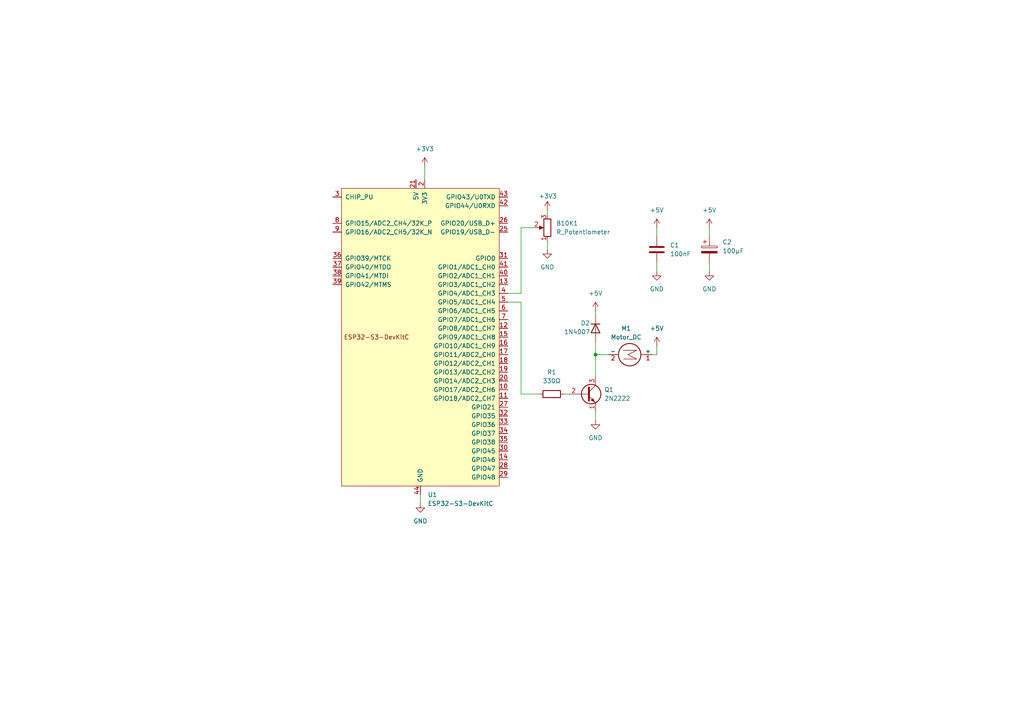
<source format=kicad_sch>
(kicad_sch (version 20250114) (generator "eeschema") (generator_version "9.0")
  (paper "A4")
  (lib_symbols
    (symbol "Device:C" (pin_numbers (hide yes)) (pin_names (offset 0.254))
      (property "Reference" "C" (at 0.635 2.54 0))
      (property "Value" "C" (at 0.635 -2.54 0))
      (symbol "C_0_1"
        (polyline (pts (xy -2.032 0.762) (xy 2.032 0.762)) (stroke (width 0.508)))
        (polyline (pts (xy -2.032 -0.762) (xy 2.032 -0.762)) (stroke (width 0.508)))
      )
      (symbol "C_1_1"
        (pin passive line (at 0 3.81 270) (length 2.794) (name "~") (number "1"))
        (pin passive line (at 0 -3.81 90) (length 2.794) (name "~") (number "2"))
      )
    )
    (symbol "Device:C_Polarized" (pin_numbers (hide yes)) (pin_names (offset 0.254))
      (property "Reference" "C" (at 0.635 2.54 0))
      (property "Value" "C_Polarized" (at 0.635 -2.54 0))
      (symbol "C_Polarized_0_1"
        (rectangle (start -2.286 0.508) (end 2.286 1.016))
        (polyline (pts (xy -1.778 2.286) (xy -0.762 2.286)))
        (polyline (pts (xy -1.27 2.794) (xy -1.27 1.778)))
        (rectangle (start 2.286 -0.508) (end -2.286 -1.016) (fill (type outline)))
      )
      (symbol "C_Polarized_1_1"
        (pin passive line (at 0 3.81 270) (length 2.794) (name "~") (number "1"))
        (pin passive line (at 0 -3.81 90) (length 2.794) (name "~") (number "2"))
      )
    )
    (symbol "Device:R" (pin_numbers (hide yes)) (pin_names (offset 0))
      (property "Reference" "R" (at 2.032 0 90))
      (property "Value" "R" (at 0 0 90))
      (symbol "R_0_1"
        (rectangle (start -1.016 -2.54) (end 1.016 2.54) (stroke (width 0.254)))
      )
      (symbol "R_1_1"
        (pin passive line (at 0 3.81 270) (length 1.27) (name "~") (number "1"))
        (pin passive line (at 0 -3.81 90) (length 1.27) (name "~") (number "2"))
      )
    )
    (symbol "Diode:1N4007" (pin_numbers (hide yes)) (pin_names (hide yes))
      (property "Reference" "D" (at 0 2.54 0))
      (property "Value" "1N4007" (at 0 -2.54 0))
      (symbol "1N4007_0_1"
        (polyline (pts (xy -1.27 1.27) (xy -1.27 -1.27)) (stroke (width 0.254)))
        (polyline (pts (xy 1.27 1.27) (xy 1.27 -1.27) (xy -1.27 0) (xy 1.27 1.27)) (stroke (width 0.254)))
        (polyline (pts (xy 1.27 0) (xy -1.27 0)))
      )
      (symbol "1N4007_1_1"
        (pin passive line (at -3.81 0 0) (length 2.54) (name "K") (number "1"))
        (pin passive line (at 3.81 0 180) (length 2.54) (name "A") (number "2"))
      )
    )
    (symbol "Motor:Motor_DC" (pin_names (offset 0))
      (property "Reference" "M" (at 2.54 2.54 0))
      (property "Value" "Motor_DC" (at 2.54 -5.08 0))
      (symbol "Motor_DC_0_0"
        (polyline (pts (xy -1.27 -3.302) (xy -1.27 0.508) (xy 0 -2.032) (xy 1.27 0.508) (xy 1.27 -3.302)))
      )
      (symbol "Motor_DC_0_1"
        (polyline (pts (xy 0 2.032) (xy 0 2.54)))
        (polyline (pts (xy 0 1.7272) (xy 0 2.0828)))
        (circle (center 0 -1.524) (radius 3.2512) (stroke (width 0.254)))
        (polyline (pts (xy 0 -4.7752) (xy 0 -5.1816)))
        (polyline (pts (xy 0 -7.62) (xy 0 -7.112)))
      )
      (symbol "Motor_DC_1_1"
        (pin passive line (at 0 5.08 270) (length 2.54) (name "+") (number "1"))
        (pin passive line (at 0 -7.62 90) (length 2.54) (name "-") (number "2"))
      )
    )
    (symbol "PCM_Espressif:ESP32-S3-DevKitC" (pin_names (offset 1.016))
      (property "Reference" "U" (at -22.86 48.26 0))
      (property "Value" "ESP32-S3-DevKitC" (at -22.86 45.72 0))
      (symbol "ESP32-S3-DevKitC_0_0"
        (text "ESP32-S3-DevKitC" (at -12.7 0 0) (effects (font (size 1.27 1.27))))
        (pin bidirectional line (at -25.4 15.24 0) (length 2.54) (name "GPIO42/MTMS") (number "39"))
        (pin power_in line (at 0 -45.72 90) (length 2.54) (name "GND") (number "44"))
        (pin bidirectional line (at 25.4 40.64 180) (length 2.54) (name "GPIO43/U0TXD") (number "43"))
        (pin bidirectional line (at 25.4 38.1 180) (length 2.54) (name "GPIO44/U0RXD") (number "42"))
        (pin bidirectional line (at 25.4 20.32 180) (length 2.54) (name "GPIO1/ADC1_CH0") (number "41"))
        (pin bidirectional line (at 25.4 17.78 180) (length 2.54) (name "GPIO2/ADC1_CH1") (number "40"))
        (pin bidirectional line (at 25.4 -10.16 180) (length 2.54) (name "GPIO13/ADC2_CH2") (number "19"))
        (pin bidirectional line (at 25.4 -35.56 180) (length 2.54) (name "GPIO46") (number "14"))
      )
      (symbol "ESP32-S3-DevKitC_0_1"
        (rectangle (start -22.86 43.18) (end 22.86 -43.18) (fill (type background)))
        (pin power_in line (at 1.27 45.72 270) (length 2.54) (name "3V3") (number "2"))
      )
      (symbol "ESP32-S3-DevKitC_1_1"
        (pin input line (at -25.4 40.64 0) (length 2.54) (name "CHIP_PU") (number "3"))
        (pin bidirectional line (at -25.4 33.02 0) (length 2.54) (name "GPIO15/ADC2_CH4/32K_P") (number "8"))
        (pin bidirectional line (at -25.4 30.48 0) (length 2.54) (name "GPIO16/ADC2_CH5/32K_N") (number "9"))
        (pin bidirectional line (at -25.4 22.86 0) (length 2.54) (name "GPIO39/MTCK") (number "36"))
        (pin bidirectional line (at -25.4 20.32 0) (length 2.54) (name "GPIO40/MTDO") (number "37"))
        (pin bidirectional line (at -25.4 17.78 0) (length 2.54) (name "GPIO41/MTDI") (number "38"))
        (pin power_in line (at -1.27 45.72 270) (length 2.54) (name "5V") (number "21"))
        (pin passive line (at 0 -45.72 90) (length 2.54) (hide yes) (name "GND") (number "22"))
        (pin passive line (at 0 -45.72 90) (length 2.54) (hide yes) (name "GND") (number "23"))
        (pin passive line (at 0 -45.72 90) (length 2.54) (hide yes) (name "GND") (number "24"))
        (pin passive line (at 1.27 45.72 270) (length 2.54) (hide yes) (name "3V3") (number "1"))
        (pin bidirectional line (at 25.4 33.02 180) (length 2.54) (name "GPIO20/USB_D+") (number "26"))
        (pin bidirectional line (at 25.4 30.48 180) (length 2.54) (name "GPIO19/USB_D-") (number "25"))
        (pin bidirectional line (at 25.4 22.86 180) (length 2.54) (name "GPIO0") (number "31"))
        (pin bidirectional line (at 25.4 15.24 180) (length 2.54) (name "GPIO3/ADC1_CH2") (number "13"))
        (pin bidirectional line (at 25.4 12.7 180) (length 2.54) (name "GPIO4/ADC1_CH3") (number "4"))
        (pin bidirectional line (at 25.4 10.16 180) (length 2.54) (name "GPIO5/ADC1_CH4") (number "5"))
        (pin bidirectional line (at 25.4 7.62 180) (length 2.54) (name "GPIO6/ADC1_CH5") (number "6"))
        (pin bidirectional line (at 25.4 5.08 180) (length 2.54) (name "GPIO7/ADC1_CH6") (number "7"))
        (pin bidirectional line (at 25.4 2.54 180) (length 2.54) (name "GPIO8/ADC1_CH7") (number "12"))
        (pin bidirectional line (at 25.4 0 180) (length 2.54) (name "GPIO9/ADC1_CH8") (number "15"))
        (pin bidirectional line (at 25.4 -2.54 180) (length 2.54) (name "GPIO10/ADC1_CH9") (number "16"))
        (pin bidirectional line (at 25.4 -5.08 180) (length 2.54) (name "GPIO11/ADC2_CH0") (number "17"))
        (pin bidirectional line (at 25.4 -7.62 180) (length 2.54) (name "GPIO12/ADC2_CH1") (number "18"))
        (pin bidirectional line (at 25.4 -12.7 180) (length 2.54) (name "GPIO14/ADC2_CH3") (number "20"))
        (pin bidirectional line (at 25.4 -15.24 180) (length 2.54) (name "GPIO17/ADC2_CH6") (number "10"))
        (pin bidirectional line (at 25.4 -17.78 180) (length 2.54) (name "GPIO18/ADC2_CH7") (number "11"))
        (pin bidirectional line (at 25.4 -20.32 180) (length 2.54) (name "GPIO21") (number "27"))
        (pin bidirectional line (at 25.4 -22.86 180) (length 2.54) (name "GPIO35") (number "32"))
        (pin bidirectional line (at 25.4 -25.4 180) (length 2.54) (name "GPIO36") (number "33"))
        (pin bidirectional line (at 25.4 -27.94 180) (length 2.54) (name "GPIO37") (number "34"))
        (pin bidirectional line (at 25.4 -30.48 180) (length 2.54) (name "GPIO38") (number "35"))
        (pin bidirectional line (at 25.4 -33.02 180) (length 2.54) (name "GPIO45") (number "30"))
        (pin bidirectional line (at 25.4 -38.1 180) (length 2.54) (name "GPIO47") (number "28"))
        (pin bidirectional line (at 25.4 -40.64 180) (length 2.54) (name "GPIO48") (number "29"))
      )
    )
    (symbol "User_Library:2N2222" (pin_names (offset 0) (hide yes))
      (property "Reference" "Q" (at 5.08 1.27 0))
      (property "Value" "2N2222" (at 5.08 -1.27 0))
      (symbol "2N2222_0_1"
        (polyline (pts (xy -2.54 0) (xy 0.635 0)))
        (polyline (pts (xy 0.635 1.905) (xy 0.635 -1.905)) (stroke (width 0.508)))
        (circle (center 1.27 0) (radius 2.8194) (stroke (width 0.254)))
      )
      (symbol "2N2222_1_1"
        (polyline (pts (xy 0.635 0.635) (xy 2.54 2.54)))
        (polyline (pts (xy 0.635 -0.635) (xy 2.54 -2.54)))
        (polyline (pts (xy 1.27 -1.778) (xy 1.778 -1.27) (xy 2.286 -2.286) (xy 1.27 -1.778)) (fill (type outline)))
        (pin input line (at -5.08 0 0) (length 2.54) (name "B") (number "2"))
        (pin passive line (at 2.54 5.08 270) (length 2.54) (name "C") (number "3"))
        (pin passive line (at 2.54 -5.08 90) (length 2.54) (name "E") (number "1"))
      )
    )
    (symbol "User_Library:B10K" (pin_names (offset 1.016) (hide yes))
      (property "Reference" "B10K" (at -4.445 0 90))
      (property "Value" "R_Potentiometer" (at -2.54 0 90))
      (symbol "B10K_0_1"
        (rectangle (start 1.016 2.54) (end -1.016 -2.54) (stroke (width 0.254)))
        (polyline (pts (xy 1.143 0) (xy 2.286 0.508) (xy 2.286 -0.508) (xy 1.143 0)) (fill (type outline)))
        (polyline (pts (xy 2.54 0) (xy 1.524 0)))
      )
      (symbol "B10K_1_1"
        (pin passive line (at 0 3.81 270) (length 1.27) (name "1") (number "1"))
        (pin passive line (at 0 -3.81 90) (length 1.27) (name "3") (number "3"))
        (pin passive line (at 3.81 0 180) (length 1.27) (name "2") (number "2"))
      )
    )
    (symbol "power:+3V3" (power) (pin_numbers (hide yes)) (pin_names (offset 0) (hide yes))
      (property "Value" "+3V3" (at 0 3.556 0))
      (symbol "+3V3_0_1"
        (polyline (pts (xy -0.762 1.27) (xy 0 2.54)))
        (polyline (pts (xy 0 2.54) (xy 0.762 1.27)))
        (polyline (pts (xy 0 0) (xy 0 2.54)))
      )
      (symbol "+3V3_1_1"
        (pin power_in line (at 0 0 90) (length 0) (name "~") (number "1"))
      )
    )
    (symbol "power:+5V" (power) (pin_numbers (hide yes)) (pin_names (offset 0) (hide yes))
      (property "Value" "+5V" (at 0 3.556 0))
      (symbol "+5V_0_1"
        (polyline (pts (xy -0.762 1.27) (xy 0 2.54)))
        (polyline (pts (xy 0 2.54) (xy 0.762 1.27)))
        (polyline (pts (xy 0 0) (xy 0 2.54)))
      )
      (symbol "+5V_1_1"
        (pin power_in line (at 0 0 90) (length 0) (name "~") (number "1"))
      )
    )
    (symbol "power:GND" (power) (pin_numbers (hide yes)) (pin_names (offset 0) (hide yes))
      (property "Value" "GND" (at 0 -3.81 0))
      (symbol "GND_0_1"
        (polyline (pts (xy 0 0) (xy 0 -1.27) (xy 1.27 -1.27) (xy 0 -2.54) (xy -1.27 -1.27) (xy 0 -1.27)))
      )
      (symbol "GND_1_1"
        (pin power_in line (at 0 0 270) (length 0) (name "~") (number "1"))
      )
    )
  )
  (junction (at 172.72 102.87))
  (wire (pts (xy 147.32 87.63) (xy 151.13 87.63)))
  (wire (pts (xy 151.13 87.63) (xy 151.13 114.3)))
  (wire (pts (xy 205.74 78.74) (xy 205.74 76.2)))
  (wire (pts (xy 190.5 78.74) (xy 190.5 76.2)))
  (wire (pts (xy 172.72 102.87) (xy 172.72 109.22)))
  (wire (pts (xy 205.74 68.58) (xy 205.74 66.04)))
  (wire (pts (xy 151.13 114.3) (xy 156.21 114.3)))
  (wire (pts (xy 151.13 85.09) (xy 151.13 66.04)))
  (wire (pts (xy 176.53 102.87) (xy 172.72 102.87)))
  (wire (pts (xy 172.72 119.38) (xy 172.72 121.92)))
  (wire (pts (xy 190.5 102.87) (xy 189.23 102.87)))
  (wire (pts (xy 121.92 146.05) (xy 121.92 143.51)))
  (wire (pts (xy 172.72 90.17) (xy 172.72 91.44)))
  (wire (pts (xy 123.19 48.26) (xy 123.19 52.07)))
  (wire (pts (xy 151.13 66.04) (xy 154.94 66.04)))
  (wire (pts (xy 190.5 66.04) (xy 190.5 68.58)))
  (wire (pts (xy 163.83 114.3) (xy 165.1 114.3)))
  (wire (pts (xy 172.72 99.06) (xy 172.72 102.87)))
  (wire (pts (xy 147.32 85.09) (xy 151.13 85.09)))
  (wire (pts (xy 190.5 100.33) (xy 190.5 102.87)))
  (wire (pts (xy 158.75 60.96) (xy 158.75 62.23)))
  (wire (pts (xy 158.75 72.39) (xy 158.75 69.85)))
  (symbol (lib_id "power:GND") (at 158.75 72.39 0) (unit 1)
    (property "Reference" "#PWR05" (effects (hide yes)))
    (property "Value" "GND" (at 158.75 77.47 0))
    (property "Description" "Power symbol creates a global label with name \"GND\" , ground" (effects (hide yes)))
  )
  (symbol (lib_id "Device:C") (at 190.5 72.39 0) (unit 1)
    (property "Reference" "C1" (at 194.31 71.1199 0) (effects (justify left)))
    (property "Value" "100nF" (at 194.31 73.6599 0) (effects (justify left)))
    (property "Description" "Unpolarized capacitor" (effects (hide yes)))
  )
  (symbol (lib_id "Motor:Motor_DC") (at 184.15 102.87 270) (unit 1)
    (property "Reference" "M1" (at 181.61 95.25 90))
    (property "Value" "Motor_DC" (at 181.61 97.79 90))
    (property "Description" "DC Motor" (effects (hide yes)))
  )
  (symbol (lib_id "User_Library:2N2222") (at 170.18 114.3 0) (unit 1)
    (property "Reference" "Q1" (at 175.26 113.0299 0) (effects (justify left)))
    (property "Value" "2N2222" (at 175.26 115.5699 0) (effects (justify left)))
    (property "Description" "NPN transistor, emitter/base/collector" (effects (hide yes)))
    (property "Sim.Device" "NPN" (effects (hide yes)))
    (property "Sim.Pins" "1=E 2=B 3=C" (effects (hide yes)))
  )
  (symbol (lib_id "power:GND") (at 172.72 121.92 0) (unit 1)
    (property "Reference" "#PWR04" (effects (hide yes)))
    (property "Value" "GND" (at 172.72 127 0))
    (property "Description" "Power symbol creates a global label with name \"GND\" , ground" (effects (hide yes)))
  )
  (symbol (lib_id "Device:R") (at 160.02 114.3 90) (unit 1)
    (property "Reference" "R1" (at 160.02 107.95 90))
    (property "Value" "330Ω" (at 160.02 110.49 90))
    (property "Description" "Resistor" (effects (hide yes)))
  )
  (symbol (lib_id "power:+3V3") (at 158.75 60.96 0) (unit 1)
    (property "Reference" "#PWR07" (effects (hide yes)))
    (property "Value" "+3V3" (at 156.21 56.896 0) (effects (justify left)))
    (property "Description" "Power symbol creates a global label with name \"+3V3\"" (effects (hide yes)))
  )
  (symbol (lib_id "power:+3V3") (at 123.19 48.26 0) (unit 1)
    (property "Reference" "#PWR02" (effects (hide yes)))
    (property "Value" "+3V3" (at 123.19 43.18 0))
    (property "Description" "Power symbol creates a global label with name \"+3V3\"" (effects (hide yes)))
  )
  (symbol (lib_id "power:GND") (at 190.5 78.74 0) (unit 1)
    (property "Reference" "#PWR03" (effects (hide yes)))
    (property "Value" "GND" (at 190.5 83.82 0))
    (property "Description" "Power symbol creates a global label with name \"GND\" , ground" (effects (hide yes)))
  )
  (symbol (lib_id "User_Library:B10K") (at 158.75 66.04 180) (unit 1)
    (property "Reference" "B10K1" (at 161.29 64.7699 0) (effects (justify right)))
    (property "Value" "R_Potentiometer" (at 161.29 67.3099 0) (effects (justify right)))
    (property "Description" "Potentiometer" (effects (hide yes)))
  )
  (symbol (lib_id "Diode:1N4007") (at 172.72 95.25 270) (unit 1)
    (property "Reference" "D2" (at 168.402 93.726 90) (effects (justify left)))
    (property "Value" "1N4007" (at 163.576 96.266 90) (effects (justify left)))
    (property "Footprint" "Diode_THT:D_DO-41_SOD81_P10.16mm_Horizontal" (effects (hide yes)))
    (property "Datasheet" "http://www.vishay.com/docs/88503/1n4001.pdf" (effects (hide yes)))
    (property "Description" "1000V 1A General Purpose Rectifier Diode, DO-41" (effects (hide yes)))
    (property "Sim.Device" "D" (effects (hide yes)))
    (property "Sim.Pins" "1=K 2=A" (effects (hide yes)))
  )
  (symbol (lib_id "power:GND") (at 205.74 78.74 0) (unit 1)
    (property "Reference" "#PWR08" (effects (hide yes)))
    (property "Value" "GND" (at 205.74 83.82 0))
    (property "Description" "Power symbol creates a global label with name \"GND\" , ground" (effects (hide yes)))
  )
  (symbol (lib_id "PCM_Espressif:ESP32-S3-DevKitC") (at 121.92 97.79 0) (unit 1)
    (property "Reference" "U1" (at 124.0633 143.51 0) (effects (justify left)))
    (property "Value" "ESP32-S3-DevKitC" (at 124.0633 146.05 0) (effects (justify left)))
    (property "Footprint" "PCM_Espressif:ESP32-S3-DevKitC" (effects (hide yes)))
    (property "Description" "ESP32-S3-DevKitC" (effects (hide yes)))
  )
  (symbol (lib_id "power:+5V") (at 205.74 66.04 0) (unit 1)
    (property "Reference" "#PWR010" (effects (hide yes)))
    (property "Value" "+5V" (at 205.74 60.96 0))
    (property "Description" "Power symbol creates a global label with name \"+5V\"" (effects (hide yes)))
  )
  (symbol (lib_id "power:GND") (at 121.92 146.05 0) (unit 1)
    (property "Reference" "#PWR01" (effects (hide yes)))
    (property "Value" "GND" (at 121.92 151.13 0))
    (property "Description" "Power symbol creates a global label with name \"GND\" , ground" (effects (hide yes)))
  )
  (symbol (lib_id "power:+5V") (at 172.72 90.17 0) (unit 1)
    (property "Reference" "#PWR011" (effects (hide yes)))
    (property "Value" "+5V" (at 172.72 85.09 0))
    (property "Description" "Power symbol creates a global label with name \"+5V\"" (effects (hide yes)))
  )
  (symbol (lib_id "power:+5V") (at 190.5 100.33 0) (unit 1)
    (property "Reference" "#PWR06" (effects (hide yes)))
    (property "Value" "+5V" (at 190.5 95.25 0))
    (property "Description" "Power symbol creates a global label with name \"+5V\"" (effects (hide yes)))
  )
  (symbol (lib_id "power:+5V") (at 190.5 66.04 0) (unit 1)
    (property "Reference" "#PWR09" (effects (hide yes)))
    (property "Value" "+5V" (at 190.5 60.96 0))
    (property "Description" "Power symbol creates a global label with name \"+5V\"" (effects (hide yes)))
  )
  (symbol (lib_id "Device:C_Polarized") (at 205.74 72.39 0) (unit 1)
    (property "Reference" "C2" (at 209.55 70.2309 0) (effects (justify left)))
    (property "Value" "100µF" (at 209.55 72.7709 0) (effects (justify left)))
    (property "Description" "Polarized capacitor" (effects (hide yes)))
  )
)
</source>
